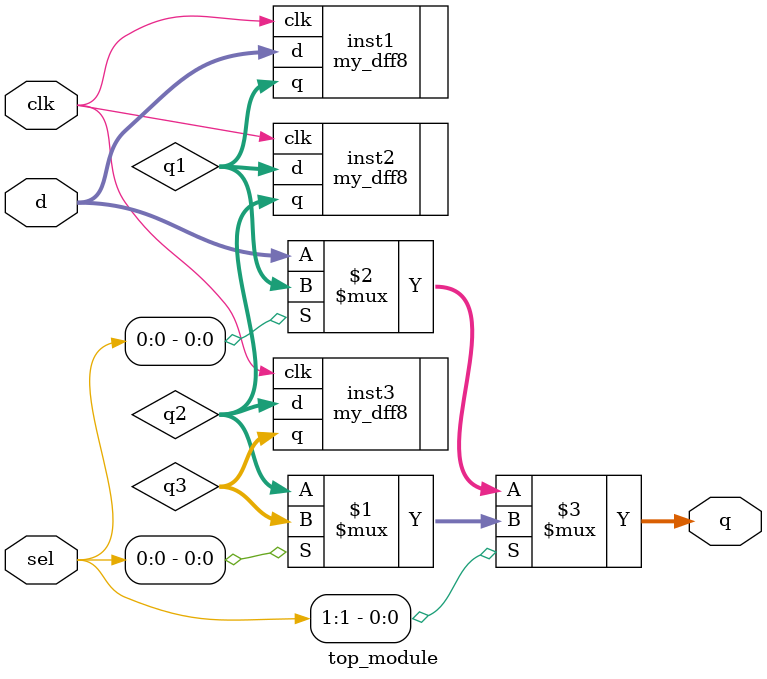
<source format=v>
module top_module ( 
    input clk, 
    input [7:0] d, 
    input [1:0] sel, 
    output [7:0] q 
);
    wire [7:0] q1, q2, q3;
    my_dff8 inst1(.clk(clk), .d(d), .q(q1));
    my_dff8 inst2(.clk(clk), .d(q1), .q(q2));
    my_dff8 inst3(.clk(clk), .d(q2), .q(q3));
  /*
    always @(*) begin
        case(sel)
           2'b00: q = d;
           2'b01: q = q1;
           2'b10: q = q2;
           2'b11: q = q3;     
       endcase
    end
*/
    assign q = sel[1] ? (sel[0] ? q3 : q2) : (sel[0] ? q1 : d);
endmodule

</source>
